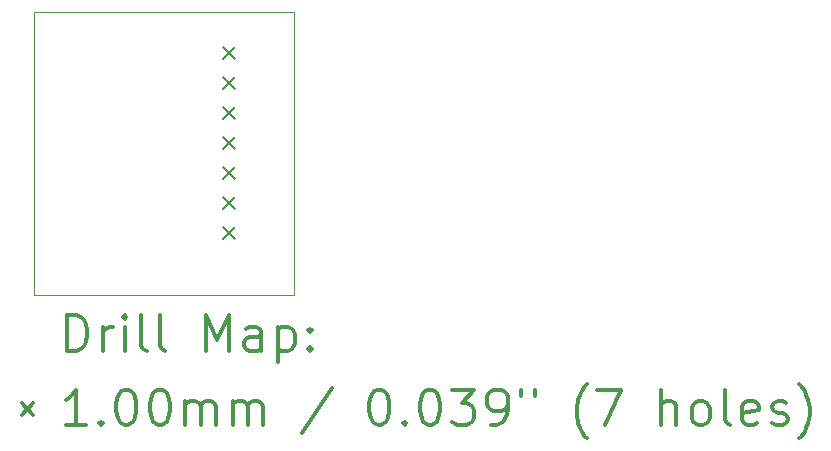
<source format=gbr>
%FSLAX45Y45*%
G04 Gerber Fmt 4.5, Leading zero omitted, Abs format (unit mm)*
G04 Created by KiCad (PCBNEW 5.1.5+dfsg1-2build2) date 2022-11-08 12:44:27*
%MOMM*%
%LPD*%
G04 APERTURE LIST*
%TA.AperFunction,Profile*%
%ADD10C,0.100000*%
%TD*%
%ADD11C,0.200000*%
%ADD12C,0.300000*%
G04 APERTURE END LIST*
D10*
X19550000Y-8850000D02*
X19550000Y-11250000D01*
X17350000Y-8850000D02*
X19550000Y-8850000D01*
X17350000Y-11250000D02*
X17350000Y-8850000D01*
X19550000Y-11250000D02*
X17350000Y-11250000D01*
D11*
X18950000Y-9150000D02*
X19050000Y-9250000D01*
X19050000Y-9150000D02*
X18950000Y-9250000D01*
X18950000Y-9404000D02*
X19050000Y-9504000D01*
X19050000Y-9404000D02*
X18950000Y-9504000D01*
X18950000Y-9658000D02*
X19050000Y-9758000D01*
X19050000Y-9658000D02*
X18950000Y-9758000D01*
X18950000Y-9912000D02*
X19050000Y-10012000D01*
X19050000Y-9912000D02*
X18950000Y-10012000D01*
X18950000Y-10166000D02*
X19050000Y-10266000D01*
X19050000Y-10166000D02*
X18950000Y-10266000D01*
X18950000Y-10420000D02*
X19050000Y-10520000D01*
X19050000Y-10420000D02*
X18950000Y-10520000D01*
X18950000Y-10674000D02*
X19050000Y-10774000D01*
X19050000Y-10674000D02*
X18950000Y-10774000D01*
D12*
X17631428Y-11720714D02*
X17631428Y-11420714D01*
X17702857Y-11420714D01*
X17745714Y-11435000D01*
X17774286Y-11463571D01*
X17788571Y-11492143D01*
X17802857Y-11549286D01*
X17802857Y-11592143D01*
X17788571Y-11649286D01*
X17774286Y-11677857D01*
X17745714Y-11706429D01*
X17702857Y-11720714D01*
X17631428Y-11720714D01*
X17931428Y-11720714D02*
X17931428Y-11520714D01*
X17931428Y-11577857D02*
X17945714Y-11549286D01*
X17960000Y-11535000D01*
X17988571Y-11520714D01*
X18017143Y-11520714D01*
X18117143Y-11720714D02*
X18117143Y-11520714D01*
X18117143Y-11420714D02*
X18102857Y-11435000D01*
X18117143Y-11449286D01*
X18131428Y-11435000D01*
X18117143Y-11420714D01*
X18117143Y-11449286D01*
X18302857Y-11720714D02*
X18274286Y-11706429D01*
X18260000Y-11677857D01*
X18260000Y-11420714D01*
X18460000Y-11720714D02*
X18431428Y-11706429D01*
X18417143Y-11677857D01*
X18417143Y-11420714D01*
X18802857Y-11720714D02*
X18802857Y-11420714D01*
X18902857Y-11635000D01*
X19002857Y-11420714D01*
X19002857Y-11720714D01*
X19274286Y-11720714D02*
X19274286Y-11563571D01*
X19260000Y-11535000D01*
X19231428Y-11520714D01*
X19174286Y-11520714D01*
X19145714Y-11535000D01*
X19274286Y-11706429D02*
X19245714Y-11720714D01*
X19174286Y-11720714D01*
X19145714Y-11706429D01*
X19131428Y-11677857D01*
X19131428Y-11649286D01*
X19145714Y-11620714D01*
X19174286Y-11606429D01*
X19245714Y-11606429D01*
X19274286Y-11592143D01*
X19417143Y-11520714D02*
X19417143Y-11820714D01*
X19417143Y-11535000D02*
X19445714Y-11520714D01*
X19502857Y-11520714D01*
X19531428Y-11535000D01*
X19545714Y-11549286D01*
X19560000Y-11577857D01*
X19560000Y-11663571D01*
X19545714Y-11692143D01*
X19531428Y-11706429D01*
X19502857Y-11720714D01*
X19445714Y-11720714D01*
X19417143Y-11706429D01*
X19688571Y-11692143D02*
X19702857Y-11706429D01*
X19688571Y-11720714D01*
X19674286Y-11706429D01*
X19688571Y-11692143D01*
X19688571Y-11720714D01*
X19688571Y-11535000D02*
X19702857Y-11549286D01*
X19688571Y-11563571D01*
X19674286Y-11549286D01*
X19688571Y-11535000D01*
X19688571Y-11563571D01*
X17245000Y-12165000D02*
X17345000Y-12265000D01*
X17345000Y-12165000D02*
X17245000Y-12265000D01*
X17788571Y-12350714D02*
X17617143Y-12350714D01*
X17702857Y-12350714D02*
X17702857Y-12050714D01*
X17674286Y-12093571D01*
X17645714Y-12122143D01*
X17617143Y-12136429D01*
X17917143Y-12322143D02*
X17931428Y-12336429D01*
X17917143Y-12350714D01*
X17902857Y-12336429D01*
X17917143Y-12322143D01*
X17917143Y-12350714D01*
X18117143Y-12050714D02*
X18145714Y-12050714D01*
X18174286Y-12065000D01*
X18188571Y-12079286D01*
X18202857Y-12107857D01*
X18217143Y-12165000D01*
X18217143Y-12236429D01*
X18202857Y-12293571D01*
X18188571Y-12322143D01*
X18174286Y-12336429D01*
X18145714Y-12350714D01*
X18117143Y-12350714D01*
X18088571Y-12336429D01*
X18074286Y-12322143D01*
X18060000Y-12293571D01*
X18045714Y-12236429D01*
X18045714Y-12165000D01*
X18060000Y-12107857D01*
X18074286Y-12079286D01*
X18088571Y-12065000D01*
X18117143Y-12050714D01*
X18402857Y-12050714D02*
X18431428Y-12050714D01*
X18460000Y-12065000D01*
X18474286Y-12079286D01*
X18488571Y-12107857D01*
X18502857Y-12165000D01*
X18502857Y-12236429D01*
X18488571Y-12293571D01*
X18474286Y-12322143D01*
X18460000Y-12336429D01*
X18431428Y-12350714D01*
X18402857Y-12350714D01*
X18374286Y-12336429D01*
X18360000Y-12322143D01*
X18345714Y-12293571D01*
X18331428Y-12236429D01*
X18331428Y-12165000D01*
X18345714Y-12107857D01*
X18360000Y-12079286D01*
X18374286Y-12065000D01*
X18402857Y-12050714D01*
X18631428Y-12350714D02*
X18631428Y-12150714D01*
X18631428Y-12179286D02*
X18645714Y-12165000D01*
X18674286Y-12150714D01*
X18717143Y-12150714D01*
X18745714Y-12165000D01*
X18760000Y-12193571D01*
X18760000Y-12350714D01*
X18760000Y-12193571D02*
X18774286Y-12165000D01*
X18802857Y-12150714D01*
X18845714Y-12150714D01*
X18874286Y-12165000D01*
X18888571Y-12193571D01*
X18888571Y-12350714D01*
X19031428Y-12350714D02*
X19031428Y-12150714D01*
X19031428Y-12179286D02*
X19045714Y-12165000D01*
X19074286Y-12150714D01*
X19117143Y-12150714D01*
X19145714Y-12165000D01*
X19160000Y-12193571D01*
X19160000Y-12350714D01*
X19160000Y-12193571D02*
X19174286Y-12165000D01*
X19202857Y-12150714D01*
X19245714Y-12150714D01*
X19274286Y-12165000D01*
X19288571Y-12193571D01*
X19288571Y-12350714D01*
X19874286Y-12036429D02*
X19617143Y-12422143D01*
X20260000Y-12050714D02*
X20288571Y-12050714D01*
X20317143Y-12065000D01*
X20331428Y-12079286D01*
X20345714Y-12107857D01*
X20360000Y-12165000D01*
X20360000Y-12236429D01*
X20345714Y-12293571D01*
X20331428Y-12322143D01*
X20317143Y-12336429D01*
X20288571Y-12350714D01*
X20260000Y-12350714D01*
X20231428Y-12336429D01*
X20217143Y-12322143D01*
X20202857Y-12293571D01*
X20188571Y-12236429D01*
X20188571Y-12165000D01*
X20202857Y-12107857D01*
X20217143Y-12079286D01*
X20231428Y-12065000D01*
X20260000Y-12050714D01*
X20488571Y-12322143D02*
X20502857Y-12336429D01*
X20488571Y-12350714D01*
X20474286Y-12336429D01*
X20488571Y-12322143D01*
X20488571Y-12350714D01*
X20688571Y-12050714D02*
X20717143Y-12050714D01*
X20745714Y-12065000D01*
X20760000Y-12079286D01*
X20774286Y-12107857D01*
X20788571Y-12165000D01*
X20788571Y-12236429D01*
X20774286Y-12293571D01*
X20760000Y-12322143D01*
X20745714Y-12336429D01*
X20717143Y-12350714D01*
X20688571Y-12350714D01*
X20660000Y-12336429D01*
X20645714Y-12322143D01*
X20631428Y-12293571D01*
X20617143Y-12236429D01*
X20617143Y-12165000D01*
X20631428Y-12107857D01*
X20645714Y-12079286D01*
X20660000Y-12065000D01*
X20688571Y-12050714D01*
X20888571Y-12050714D02*
X21074286Y-12050714D01*
X20974286Y-12165000D01*
X21017143Y-12165000D01*
X21045714Y-12179286D01*
X21060000Y-12193571D01*
X21074286Y-12222143D01*
X21074286Y-12293571D01*
X21060000Y-12322143D01*
X21045714Y-12336429D01*
X21017143Y-12350714D01*
X20931428Y-12350714D01*
X20902857Y-12336429D01*
X20888571Y-12322143D01*
X21217143Y-12350714D02*
X21274286Y-12350714D01*
X21302857Y-12336429D01*
X21317143Y-12322143D01*
X21345714Y-12279286D01*
X21360000Y-12222143D01*
X21360000Y-12107857D01*
X21345714Y-12079286D01*
X21331428Y-12065000D01*
X21302857Y-12050714D01*
X21245714Y-12050714D01*
X21217143Y-12065000D01*
X21202857Y-12079286D01*
X21188571Y-12107857D01*
X21188571Y-12179286D01*
X21202857Y-12207857D01*
X21217143Y-12222143D01*
X21245714Y-12236429D01*
X21302857Y-12236429D01*
X21331428Y-12222143D01*
X21345714Y-12207857D01*
X21360000Y-12179286D01*
X21474286Y-12050714D02*
X21474286Y-12107857D01*
X21588571Y-12050714D02*
X21588571Y-12107857D01*
X22031428Y-12465000D02*
X22017143Y-12450714D01*
X21988571Y-12407857D01*
X21974286Y-12379286D01*
X21960000Y-12336429D01*
X21945714Y-12265000D01*
X21945714Y-12207857D01*
X21960000Y-12136429D01*
X21974286Y-12093571D01*
X21988571Y-12065000D01*
X22017143Y-12022143D01*
X22031428Y-12007857D01*
X22117143Y-12050714D02*
X22317143Y-12050714D01*
X22188571Y-12350714D01*
X22660000Y-12350714D02*
X22660000Y-12050714D01*
X22788571Y-12350714D02*
X22788571Y-12193571D01*
X22774286Y-12165000D01*
X22745714Y-12150714D01*
X22702857Y-12150714D01*
X22674286Y-12165000D01*
X22660000Y-12179286D01*
X22974286Y-12350714D02*
X22945714Y-12336429D01*
X22931428Y-12322143D01*
X22917143Y-12293571D01*
X22917143Y-12207857D01*
X22931428Y-12179286D01*
X22945714Y-12165000D01*
X22974286Y-12150714D01*
X23017143Y-12150714D01*
X23045714Y-12165000D01*
X23060000Y-12179286D01*
X23074286Y-12207857D01*
X23074286Y-12293571D01*
X23060000Y-12322143D01*
X23045714Y-12336429D01*
X23017143Y-12350714D01*
X22974286Y-12350714D01*
X23245714Y-12350714D02*
X23217143Y-12336429D01*
X23202857Y-12307857D01*
X23202857Y-12050714D01*
X23474286Y-12336429D02*
X23445714Y-12350714D01*
X23388571Y-12350714D01*
X23360000Y-12336429D01*
X23345714Y-12307857D01*
X23345714Y-12193571D01*
X23360000Y-12165000D01*
X23388571Y-12150714D01*
X23445714Y-12150714D01*
X23474286Y-12165000D01*
X23488571Y-12193571D01*
X23488571Y-12222143D01*
X23345714Y-12250714D01*
X23602857Y-12336429D02*
X23631428Y-12350714D01*
X23688571Y-12350714D01*
X23717143Y-12336429D01*
X23731428Y-12307857D01*
X23731428Y-12293571D01*
X23717143Y-12265000D01*
X23688571Y-12250714D01*
X23645714Y-12250714D01*
X23617143Y-12236429D01*
X23602857Y-12207857D01*
X23602857Y-12193571D01*
X23617143Y-12165000D01*
X23645714Y-12150714D01*
X23688571Y-12150714D01*
X23717143Y-12165000D01*
X23831428Y-12465000D02*
X23845714Y-12450714D01*
X23874286Y-12407857D01*
X23888571Y-12379286D01*
X23902857Y-12336429D01*
X23917143Y-12265000D01*
X23917143Y-12207857D01*
X23902857Y-12136429D01*
X23888571Y-12093571D01*
X23874286Y-12065000D01*
X23845714Y-12022143D01*
X23831428Y-12007857D01*
M02*

</source>
